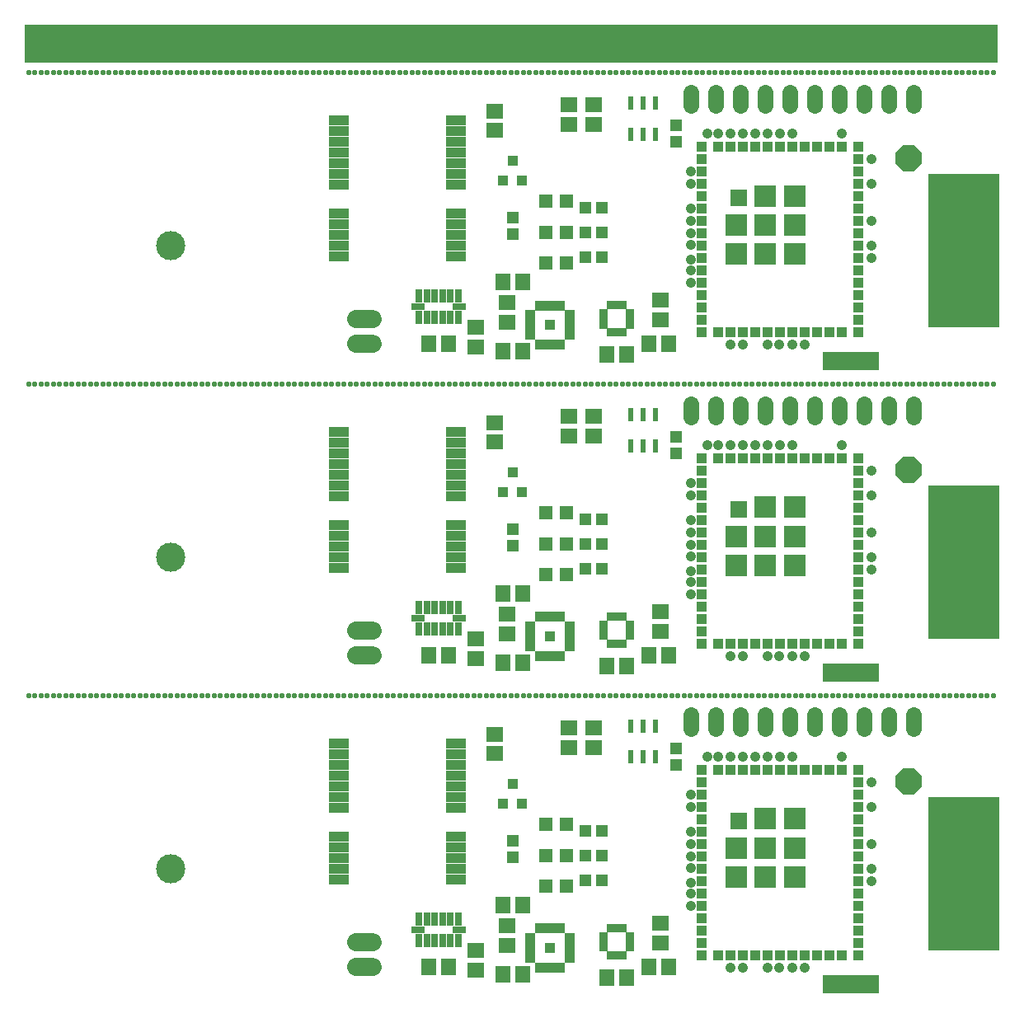
<source format=gts>
G75*
%MOIN*%
%OFA0B0*%
%FSLAX24Y24*%
%IPPOS*%
%LPD*%
%AMOC8*
5,1,8,0,0,1.08239X$1,22.5*
%
%ADD10R,0.2250X0.0750*%
%ADD11C,0.1181*%
%ADD12C,0.0454*%
%ADD13R,0.2900X0.6190*%
%ADD14R,3.9370X0.1575*%
%ADD15C,0.0230*%
%ADD16R,0.0395X0.0395*%
%ADD17R,0.0867X0.0867*%
%ADD18R,0.0671X0.0671*%
%ADD19R,0.0789X0.0395*%
%ADD20R,0.0277X0.0552*%
%ADD21R,0.0552X0.0277*%
%ADD22R,0.0190X0.0336*%
%ADD23R,0.0336X0.0190*%
%ADD24R,0.0395X0.0198*%
%ADD25R,0.0198X0.0395*%
%ADD26R,0.0394X0.0394*%
%ADD27R,0.0592X0.0710*%
%ADD28R,0.0710X0.0592*%
%ADD29C,0.0640*%
%ADD30R,0.0552X0.0552*%
%ADD31R,0.0474X0.0513*%
%ADD32R,0.0240X0.0560*%
%ADD33R,0.0513X0.0474*%
%ADD34OC8,0.1080*%
%ADD35C,0.0720*%
%ADD36R,0.0390X0.0430*%
%ADD37C,0.0410*%
D10*
X040185Y002698D03*
X040185Y015296D03*
X040185Y027895D03*
D11*
X012670Y032570D03*
X012670Y019971D03*
X012670Y007373D03*
D12*
X012665Y007370D03*
X012665Y019968D03*
X012665Y032567D03*
D13*
X044730Y032385D03*
X044730Y019786D03*
X044730Y007188D03*
D14*
X026445Y040756D03*
D15*
X026430Y039576D03*
X026680Y039576D03*
X026930Y039576D03*
X027180Y039576D03*
X027430Y039576D03*
X027680Y039576D03*
X027930Y039576D03*
X028180Y039576D03*
X028430Y039576D03*
X028680Y039576D03*
X028930Y039576D03*
X029180Y039576D03*
X029430Y039576D03*
X029680Y039576D03*
X029930Y039576D03*
X030180Y039576D03*
X030430Y039576D03*
X030680Y039576D03*
X030930Y039576D03*
X031180Y039576D03*
X031430Y039576D03*
X031680Y039576D03*
X031930Y039576D03*
X032180Y039576D03*
X032430Y039576D03*
X032680Y039576D03*
X032930Y039576D03*
X033180Y039576D03*
X033430Y039576D03*
X033680Y039576D03*
X033930Y039576D03*
X034180Y039576D03*
X034430Y039576D03*
X034680Y039576D03*
X034930Y039576D03*
X035180Y039576D03*
X035430Y039576D03*
X035680Y039576D03*
X035930Y039576D03*
X036180Y039576D03*
X036430Y039576D03*
X036680Y039576D03*
X036930Y039576D03*
X037180Y039576D03*
X037430Y039576D03*
X037680Y039576D03*
X037930Y039576D03*
X038180Y039576D03*
X038430Y039576D03*
X038680Y039576D03*
X038930Y039576D03*
X039180Y039576D03*
X039430Y039576D03*
X039680Y039576D03*
X039930Y039576D03*
X040180Y039576D03*
X040430Y039576D03*
X040680Y039576D03*
X040930Y039576D03*
X041180Y039576D03*
X041430Y039576D03*
X041680Y039576D03*
X041930Y039576D03*
X042180Y039576D03*
X042430Y039576D03*
X042680Y039576D03*
X042930Y039576D03*
X043180Y039576D03*
X043430Y039576D03*
X043680Y039576D03*
X043930Y039576D03*
X044180Y039576D03*
X044430Y039576D03*
X044680Y039576D03*
X044930Y039576D03*
X045180Y039576D03*
X045430Y039576D03*
X045680Y039576D03*
X045930Y039576D03*
X045930Y026978D03*
X045680Y026978D03*
X045430Y026978D03*
X045180Y026978D03*
X044930Y026978D03*
X044680Y026978D03*
X044430Y026978D03*
X044180Y026978D03*
X043930Y026978D03*
X043680Y026978D03*
X043430Y026978D03*
X043180Y026978D03*
X042930Y026978D03*
X042680Y026978D03*
X042430Y026978D03*
X042180Y026978D03*
X041930Y026978D03*
X041680Y026978D03*
X041430Y026978D03*
X041180Y026978D03*
X040930Y026978D03*
X040680Y026978D03*
X040430Y026978D03*
X040180Y026978D03*
X039930Y026978D03*
X039680Y026978D03*
X039430Y026978D03*
X039180Y026978D03*
X038930Y026978D03*
X038680Y026978D03*
X038430Y026978D03*
X038180Y026978D03*
X037930Y026978D03*
X037680Y026978D03*
X037430Y026978D03*
X037180Y026978D03*
X036930Y026978D03*
X036680Y026978D03*
X036430Y026978D03*
X036180Y026978D03*
X035930Y026978D03*
X035680Y026978D03*
X035430Y026978D03*
X035180Y026978D03*
X034930Y026978D03*
X034680Y026978D03*
X034430Y026978D03*
X034180Y026978D03*
X033930Y026978D03*
X033680Y026978D03*
X033430Y026978D03*
X033180Y026978D03*
X032930Y026978D03*
X032680Y026978D03*
X032430Y026978D03*
X032180Y026978D03*
X031930Y026978D03*
X031680Y026978D03*
X031430Y026978D03*
X031180Y026978D03*
X030930Y026978D03*
X030680Y026978D03*
X030430Y026978D03*
X030180Y026978D03*
X029930Y026978D03*
X029680Y026978D03*
X029430Y026978D03*
X029180Y026978D03*
X028930Y026978D03*
X028680Y026978D03*
X028430Y026978D03*
X028180Y026978D03*
X027930Y026978D03*
X027680Y026978D03*
X027430Y026978D03*
X027180Y026978D03*
X026930Y026978D03*
X026680Y026978D03*
X026430Y026978D03*
X026180Y026978D03*
X025930Y026978D03*
X025680Y026978D03*
X025430Y026978D03*
X025180Y026978D03*
X024930Y026978D03*
X024680Y026978D03*
X024430Y026978D03*
X024180Y026978D03*
X023930Y026978D03*
X023680Y026978D03*
X023430Y026978D03*
X023180Y026978D03*
X022930Y026978D03*
X022680Y026978D03*
X022430Y026978D03*
X022180Y026978D03*
X021930Y026978D03*
X021680Y026978D03*
X021430Y026978D03*
X021180Y026978D03*
X020930Y026978D03*
X020680Y026978D03*
X020430Y026978D03*
X020180Y026978D03*
X019930Y026978D03*
X019680Y026978D03*
X019430Y026978D03*
X019180Y026978D03*
X018930Y026978D03*
X018680Y026978D03*
X018430Y026978D03*
X018180Y026978D03*
X017930Y026978D03*
X017680Y026978D03*
X017430Y026978D03*
X017180Y026978D03*
X016930Y026978D03*
X016680Y026978D03*
X016430Y026978D03*
X016180Y026978D03*
X015930Y026978D03*
X015680Y026978D03*
X015430Y026978D03*
X015180Y026978D03*
X014930Y026978D03*
X014680Y026978D03*
X014430Y026978D03*
X014180Y026978D03*
X013930Y026978D03*
X013680Y026978D03*
X013430Y026978D03*
X013180Y026978D03*
X012930Y026978D03*
X012680Y026978D03*
X012430Y026978D03*
X012180Y026978D03*
X011930Y026978D03*
X011680Y026978D03*
X011430Y026978D03*
X011180Y026978D03*
X010930Y026978D03*
X010680Y026978D03*
X010430Y026978D03*
X010180Y026978D03*
X009930Y026978D03*
X009680Y026978D03*
X009430Y026978D03*
X009180Y026978D03*
X008930Y026978D03*
X008680Y026978D03*
X008430Y026978D03*
X008180Y026978D03*
X007930Y026978D03*
X007680Y026978D03*
X007430Y026978D03*
X007180Y026978D03*
X006930Y026978D03*
X006930Y039576D03*
X007180Y039576D03*
X007430Y039576D03*
X007680Y039576D03*
X007930Y039576D03*
X008180Y039576D03*
X008430Y039576D03*
X008680Y039576D03*
X008930Y039576D03*
X009180Y039576D03*
X009430Y039576D03*
X009680Y039576D03*
X009930Y039576D03*
X010180Y039576D03*
X010430Y039576D03*
X010680Y039576D03*
X010930Y039576D03*
X011180Y039576D03*
X011430Y039576D03*
X011680Y039576D03*
X011930Y039576D03*
X012180Y039576D03*
X012430Y039576D03*
X012680Y039576D03*
X012930Y039576D03*
X013180Y039576D03*
X013430Y039576D03*
X013680Y039576D03*
X013930Y039576D03*
X014180Y039576D03*
X014430Y039576D03*
X014680Y039576D03*
X014930Y039576D03*
X015180Y039576D03*
X015430Y039576D03*
X015680Y039576D03*
X015930Y039576D03*
X016180Y039576D03*
X016430Y039576D03*
X016680Y039576D03*
X016930Y039576D03*
X017180Y039576D03*
X017430Y039576D03*
X017680Y039576D03*
X017930Y039576D03*
X018180Y039576D03*
X018430Y039576D03*
X018680Y039576D03*
X018930Y039576D03*
X019180Y039576D03*
X019430Y039576D03*
X019680Y039576D03*
X019930Y039576D03*
X020180Y039576D03*
X020430Y039576D03*
X020680Y039576D03*
X020930Y039576D03*
X021180Y039576D03*
X021430Y039576D03*
X021680Y039576D03*
X021930Y039576D03*
X022180Y039576D03*
X022430Y039576D03*
X022680Y039576D03*
X022930Y039576D03*
X023180Y039576D03*
X023430Y039576D03*
X023680Y039576D03*
X023930Y039576D03*
X024180Y039576D03*
X024430Y039576D03*
X024680Y039576D03*
X024930Y039576D03*
X025180Y039576D03*
X025430Y039576D03*
X025680Y039576D03*
X025930Y039576D03*
X026180Y039576D03*
X026180Y014379D03*
X026430Y014379D03*
X026680Y014379D03*
X026930Y014379D03*
X027180Y014379D03*
X027430Y014379D03*
X027680Y014379D03*
X027930Y014379D03*
X028180Y014379D03*
X028430Y014379D03*
X028680Y014379D03*
X028930Y014379D03*
X029180Y014379D03*
X029430Y014379D03*
X029680Y014379D03*
X029930Y014379D03*
X030180Y014379D03*
X030430Y014379D03*
X030680Y014379D03*
X030930Y014379D03*
X031180Y014379D03*
X031430Y014379D03*
X031680Y014379D03*
X031930Y014379D03*
X032180Y014379D03*
X032430Y014379D03*
X032680Y014379D03*
X032930Y014379D03*
X033180Y014379D03*
X033430Y014379D03*
X033680Y014379D03*
X033930Y014379D03*
X034180Y014379D03*
X034430Y014379D03*
X034680Y014379D03*
X034930Y014379D03*
X035180Y014379D03*
X035430Y014379D03*
X035680Y014379D03*
X035930Y014379D03*
X036180Y014379D03*
X036430Y014379D03*
X036680Y014379D03*
X036930Y014379D03*
X037180Y014379D03*
X037430Y014379D03*
X037680Y014379D03*
X037930Y014379D03*
X038180Y014379D03*
X038430Y014379D03*
X038680Y014379D03*
X038930Y014379D03*
X039180Y014379D03*
X039430Y014379D03*
X039680Y014379D03*
X039930Y014379D03*
X040180Y014379D03*
X040430Y014379D03*
X040680Y014379D03*
X040930Y014379D03*
X041180Y014379D03*
X041430Y014379D03*
X041680Y014379D03*
X041930Y014379D03*
X042180Y014379D03*
X042430Y014379D03*
X042680Y014379D03*
X042930Y014379D03*
X043180Y014379D03*
X043430Y014379D03*
X043680Y014379D03*
X043930Y014379D03*
X044180Y014379D03*
X044430Y014379D03*
X044680Y014379D03*
X044930Y014379D03*
X045180Y014379D03*
X045430Y014379D03*
X045680Y014379D03*
X045930Y014379D03*
X025930Y014379D03*
X025680Y014379D03*
X025430Y014379D03*
X025180Y014379D03*
X024930Y014379D03*
X024680Y014379D03*
X024430Y014379D03*
X024180Y014379D03*
X023930Y014379D03*
X023680Y014379D03*
X023430Y014379D03*
X023180Y014379D03*
X022930Y014379D03*
X022680Y014379D03*
X022430Y014379D03*
X022180Y014379D03*
X021930Y014379D03*
X021680Y014379D03*
X021430Y014379D03*
X021180Y014379D03*
X020930Y014379D03*
X020680Y014379D03*
X020430Y014379D03*
X020180Y014379D03*
X019930Y014379D03*
X019680Y014379D03*
X019430Y014379D03*
X019180Y014379D03*
X018930Y014379D03*
X018680Y014379D03*
X018430Y014379D03*
X018180Y014379D03*
X017930Y014379D03*
X017680Y014379D03*
X017430Y014379D03*
X017180Y014379D03*
X016930Y014379D03*
X016680Y014379D03*
X016430Y014379D03*
X016180Y014379D03*
X015930Y014379D03*
X015680Y014379D03*
X015430Y014379D03*
X015180Y014379D03*
X014930Y014379D03*
X014680Y014379D03*
X014430Y014379D03*
X014180Y014379D03*
X013930Y014379D03*
X013680Y014379D03*
X013430Y014379D03*
X013180Y014379D03*
X012930Y014379D03*
X012680Y014379D03*
X012430Y014379D03*
X012180Y014379D03*
X011930Y014379D03*
X011680Y014379D03*
X011430Y014379D03*
X011180Y014379D03*
X010930Y014379D03*
X010680Y014379D03*
X010430Y014379D03*
X010180Y014379D03*
X009930Y014379D03*
X009680Y014379D03*
X009430Y014379D03*
X009180Y014379D03*
X008930Y014379D03*
X008680Y014379D03*
X008430Y014379D03*
X008180Y014379D03*
X007930Y014379D03*
X007680Y014379D03*
X007430Y014379D03*
X007180Y014379D03*
X006930Y014379D03*
D16*
X034150Y016469D03*
X034150Y016969D03*
X034150Y017469D03*
X034150Y017969D03*
X034150Y018469D03*
X034150Y018969D03*
X034150Y019469D03*
X034150Y019969D03*
X034150Y020469D03*
X034150Y020969D03*
X034150Y021469D03*
X034150Y021969D03*
X034150Y022469D03*
X034150Y022969D03*
X034150Y023469D03*
X034150Y023969D03*
X034810Y023971D03*
X035310Y023971D03*
X035810Y023971D03*
X036310Y023971D03*
X036810Y023971D03*
X037310Y023971D03*
X037810Y023971D03*
X038310Y023971D03*
X038810Y023971D03*
X039310Y023971D03*
X039810Y023971D03*
X040467Y023971D03*
X040467Y023471D03*
X040467Y022971D03*
X040467Y022471D03*
X040467Y021971D03*
X040467Y021471D03*
X040467Y020971D03*
X040467Y020471D03*
X040467Y019971D03*
X040467Y019471D03*
X040467Y018971D03*
X040467Y018471D03*
X040467Y017971D03*
X040467Y017471D03*
X040467Y016971D03*
X040467Y016471D03*
X039810Y016471D03*
X039310Y016471D03*
X038810Y016471D03*
X038310Y016471D03*
X037810Y016471D03*
X037310Y016471D03*
X036810Y016471D03*
X036310Y016471D03*
X035810Y016471D03*
X035310Y016471D03*
X034810Y016471D03*
X034810Y011373D03*
X035310Y011373D03*
X035810Y011373D03*
X036310Y011373D03*
X036810Y011373D03*
X037310Y011373D03*
X037810Y011373D03*
X038310Y011373D03*
X038810Y011373D03*
X039310Y011373D03*
X039810Y011373D03*
X040467Y011373D03*
X040467Y010873D03*
X040467Y010373D03*
X040467Y009873D03*
X040467Y009373D03*
X040467Y008873D03*
X040467Y008373D03*
X040467Y007873D03*
X040467Y007373D03*
X040467Y006873D03*
X040467Y006373D03*
X040467Y005873D03*
X040467Y005373D03*
X040467Y004873D03*
X040467Y004373D03*
X040467Y003873D03*
X039810Y003873D03*
X039310Y003873D03*
X038810Y003873D03*
X038310Y003873D03*
X037810Y003873D03*
X037310Y003873D03*
X036810Y003873D03*
X036310Y003873D03*
X035810Y003873D03*
X035310Y003873D03*
X034810Y003873D03*
X034150Y003871D03*
X034150Y004371D03*
X034150Y004871D03*
X034150Y005371D03*
X034150Y005871D03*
X034150Y006371D03*
X034150Y006871D03*
X034150Y007371D03*
X034150Y007871D03*
X034150Y008371D03*
X034150Y008871D03*
X034150Y009371D03*
X034150Y009871D03*
X034150Y010371D03*
X034150Y010871D03*
X034150Y011371D03*
X034150Y029068D03*
X034150Y029568D03*
X034150Y030068D03*
X034150Y030568D03*
X034150Y031068D03*
X034150Y031568D03*
X034150Y032068D03*
X034150Y032568D03*
X034150Y033068D03*
X034150Y033568D03*
X034150Y034068D03*
X034150Y034568D03*
X034150Y035068D03*
X034150Y035568D03*
X034150Y036068D03*
X034150Y036568D03*
X034810Y036570D03*
X035310Y036570D03*
X035810Y036570D03*
X036310Y036570D03*
X036810Y036570D03*
X037310Y036570D03*
X037810Y036570D03*
X038310Y036570D03*
X038810Y036570D03*
X039310Y036570D03*
X039810Y036570D03*
X040467Y036570D03*
X040467Y036070D03*
X040467Y035570D03*
X040467Y035070D03*
X040467Y034570D03*
X040467Y034070D03*
X040467Y033570D03*
X040467Y033070D03*
X040467Y032570D03*
X040467Y032070D03*
X040467Y031570D03*
X040467Y031070D03*
X040467Y030570D03*
X040467Y030070D03*
X040467Y029570D03*
X040467Y029070D03*
X039810Y029070D03*
X039310Y029070D03*
X038810Y029070D03*
X038310Y029070D03*
X037810Y029070D03*
X037310Y029070D03*
X036810Y029070D03*
X036310Y029070D03*
X035810Y029070D03*
X035310Y029070D03*
X034810Y029070D03*
D17*
X035538Y032229D03*
X036719Y032229D03*
X037900Y032229D03*
X037900Y033410D03*
X036719Y033410D03*
X035538Y033410D03*
X036719Y034591D03*
X037900Y034591D03*
X037900Y021993D03*
X036719Y021993D03*
X036719Y020812D03*
X037900Y020812D03*
X037900Y019631D03*
X036719Y019631D03*
X035538Y019631D03*
X035538Y020812D03*
X036719Y009394D03*
X036719Y008213D03*
X037900Y008213D03*
X037900Y009394D03*
X035538Y008213D03*
X035538Y007032D03*
X036719Y007032D03*
X037900Y007032D03*
D18*
X035636Y009296D03*
X035636Y021894D03*
X035636Y034493D03*
D19*
X024204Y035045D03*
X024204Y035478D03*
X024204Y035911D03*
X024204Y036344D03*
X024204Y036778D03*
X024204Y037211D03*
X024204Y037644D03*
X024204Y033864D03*
X024204Y033431D03*
X024204Y032998D03*
X024204Y032565D03*
X024204Y032132D03*
X019479Y032132D03*
X019479Y032565D03*
X019479Y032998D03*
X019479Y033431D03*
X019479Y033864D03*
X019479Y035045D03*
X019479Y035478D03*
X019479Y035911D03*
X019479Y036344D03*
X019479Y036778D03*
X019479Y037211D03*
X019479Y037644D03*
X019479Y025045D03*
X019479Y024612D03*
X019479Y024179D03*
X019479Y023746D03*
X019479Y023313D03*
X019479Y022880D03*
X019479Y022447D03*
X019479Y021266D03*
X019479Y020833D03*
X019479Y020400D03*
X019479Y019967D03*
X019479Y019533D03*
X024204Y019533D03*
X024204Y019967D03*
X024204Y020400D03*
X024204Y020833D03*
X024204Y021266D03*
X024204Y022447D03*
X024204Y022880D03*
X024204Y023313D03*
X024204Y023746D03*
X024204Y024179D03*
X024204Y024612D03*
X024204Y025045D03*
X024204Y012447D03*
X024204Y012014D03*
X024204Y011581D03*
X024204Y011148D03*
X024204Y010715D03*
X024204Y010281D03*
X024204Y009848D03*
X024204Y008667D03*
X024204Y008234D03*
X024204Y007801D03*
X024204Y007368D03*
X024204Y006935D03*
X019479Y006935D03*
X019479Y007368D03*
X019479Y007801D03*
X019479Y008234D03*
X019479Y008667D03*
X019479Y009848D03*
X019479Y010281D03*
X019479Y010715D03*
X019479Y011148D03*
X019479Y011581D03*
X019479Y012014D03*
X019479Y012447D03*
D20*
X022722Y017088D03*
X023037Y017088D03*
X023352Y017088D03*
X023667Y017088D03*
X023982Y017088D03*
X024297Y017088D03*
X024297Y017954D03*
X023982Y017954D03*
X023667Y017954D03*
X023352Y017954D03*
X023037Y017954D03*
X022722Y017954D03*
X022722Y029687D03*
X023037Y029687D03*
X023352Y029687D03*
X023667Y029687D03*
X023982Y029687D03*
X024297Y029687D03*
X024297Y030553D03*
X023982Y030553D03*
X023667Y030553D03*
X023352Y030553D03*
X023037Y030553D03*
X022722Y030553D03*
X022722Y005356D03*
X023037Y005356D03*
X023352Y005356D03*
X023667Y005356D03*
X023982Y005356D03*
X024297Y005356D03*
X024297Y004490D03*
X023982Y004490D03*
X023667Y004490D03*
X023352Y004490D03*
X023037Y004490D03*
X022722Y004490D03*
D21*
X022683Y004923D03*
X024336Y004923D03*
X024336Y017521D03*
X022683Y017521D03*
X022683Y030120D03*
X024336Y030120D03*
D22*
X030414Y030159D03*
X030611Y030159D03*
X030808Y030159D03*
X031005Y030159D03*
X031005Y029080D03*
X030808Y029080D03*
X030611Y029080D03*
X030414Y029080D03*
X030414Y017561D03*
X030611Y017561D03*
X030808Y017561D03*
X031005Y017561D03*
X031005Y016482D03*
X030808Y016482D03*
X030611Y016482D03*
X030414Y016482D03*
X030414Y004962D03*
X030611Y004962D03*
X030808Y004962D03*
X031005Y004962D03*
X031005Y003883D03*
X030808Y003883D03*
X030611Y003883D03*
X030414Y003883D03*
D23*
X030170Y004128D03*
X030170Y004324D03*
X030170Y004521D03*
X030170Y004718D03*
X031249Y004718D03*
X031249Y004521D03*
X031249Y004324D03*
X031249Y004128D03*
X031249Y016726D03*
X031249Y016923D03*
X031249Y017120D03*
X031249Y017317D03*
X030170Y017317D03*
X030170Y017120D03*
X030170Y016923D03*
X030170Y016726D03*
X030170Y029324D03*
X030170Y029521D03*
X030170Y029718D03*
X030170Y029915D03*
X031249Y029915D03*
X031249Y029718D03*
X031249Y029521D03*
X031249Y029324D03*
D24*
X028797Y029271D03*
X028797Y029074D03*
X028797Y028878D03*
X028797Y029468D03*
X028797Y029665D03*
X028797Y029862D03*
X027222Y029862D03*
X027222Y029665D03*
X027222Y029468D03*
X027222Y029271D03*
X027222Y029074D03*
X027222Y028878D03*
X027222Y017263D03*
X027222Y017067D03*
X027222Y016870D03*
X027222Y016673D03*
X027222Y016476D03*
X027222Y016279D03*
X028797Y016279D03*
X028797Y016476D03*
X028797Y016673D03*
X028797Y016870D03*
X028797Y017067D03*
X028797Y017263D03*
X028797Y004665D03*
X028797Y004468D03*
X028797Y004271D03*
X028797Y004074D03*
X028797Y003878D03*
X028797Y003681D03*
X027222Y003681D03*
X027222Y003878D03*
X027222Y004074D03*
X027222Y004271D03*
X027222Y004468D03*
X027222Y004665D03*
D25*
X027517Y004960D03*
X027714Y004960D03*
X027911Y004960D03*
X028108Y004960D03*
X028305Y004960D03*
X028502Y004960D03*
X028502Y003385D03*
X028305Y003385D03*
X028108Y003385D03*
X027911Y003385D03*
X027714Y003385D03*
X027517Y003385D03*
X027517Y015984D03*
X027714Y015984D03*
X027911Y015984D03*
X028108Y015984D03*
X028305Y015984D03*
X028502Y015984D03*
X028502Y017559D03*
X028305Y017559D03*
X028108Y017559D03*
X027911Y017559D03*
X027714Y017559D03*
X027517Y017559D03*
X027517Y028582D03*
X027714Y028582D03*
X027911Y028582D03*
X028108Y028582D03*
X028305Y028582D03*
X028502Y028582D03*
X028502Y030157D03*
X028305Y030157D03*
X028108Y030157D03*
X027911Y030157D03*
X027714Y030157D03*
X027517Y030157D03*
D26*
X028010Y029370D03*
X028010Y016771D03*
X028010Y004173D03*
D27*
X026903Y003123D03*
X026116Y003123D03*
X023903Y003423D03*
X023116Y003423D03*
X026116Y005923D03*
X026903Y005923D03*
X030316Y002973D03*
X031103Y002973D03*
X032016Y003423D03*
X032803Y003423D03*
X031103Y015571D03*
X032016Y016021D03*
X032803Y016021D03*
X030316Y015571D03*
X026903Y015721D03*
X026116Y015721D03*
X023903Y016021D03*
X023116Y016021D03*
X026116Y018521D03*
X026903Y018521D03*
X030316Y028170D03*
X031103Y028170D03*
X032016Y028620D03*
X032803Y028620D03*
X026903Y028320D03*
X026116Y028320D03*
X023903Y028620D03*
X023116Y028620D03*
X026116Y031120D03*
X026903Y031120D03*
D28*
X026260Y030263D03*
X026260Y029476D03*
X025010Y029263D03*
X025010Y028476D03*
X025760Y025415D03*
X025760Y024628D03*
X028760Y024878D03*
X029760Y024878D03*
X029760Y025665D03*
X028760Y025665D03*
X032460Y029576D03*
X032460Y030363D03*
X025760Y037226D03*
X025760Y038013D03*
X028760Y038263D03*
X028760Y037476D03*
X029760Y037476D03*
X029760Y038263D03*
X032460Y017765D03*
X032460Y016978D03*
X029760Y013067D03*
X028760Y013067D03*
X028760Y012279D03*
X029760Y012279D03*
X025760Y012029D03*
X025760Y012817D03*
X025010Y015878D03*
X025010Y016665D03*
X026260Y016878D03*
X026260Y017665D03*
X026260Y005067D03*
X026260Y004279D03*
X025010Y004067D03*
X025010Y003279D03*
X032460Y004379D03*
X032460Y005167D03*
D29*
X033710Y013033D02*
X033710Y013593D01*
X034710Y013593D02*
X034710Y013033D01*
X035710Y013033D02*
X035710Y013593D01*
X036710Y013593D02*
X036710Y013033D01*
X037710Y013033D02*
X037710Y013593D01*
X038710Y013593D02*
X038710Y013033D01*
X039710Y013033D02*
X039710Y013593D01*
X040710Y013593D02*
X040710Y013033D01*
X041710Y013033D02*
X041710Y013593D01*
X042710Y013593D02*
X042710Y013033D01*
X042710Y025631D02*
X042710Y026191D01*
X041710Y026191D02*
X041710Y025631D01*
X040710Y025631D02*
X040710Y026191D01*
X039710Y026191D02*
X039710Y025631D01*
X038710Y025631D02*
X038710Y026191D01*
X037710Y026191D02*
X037710Y025631D01*
X036710Y025631D02*
X036710Y026191D01*
X035710Y026191D02*
X035710Y025631D01*
X034710Y025631D02*
X034710Y026191D01*
X033710Y026191D02*
X033710Y025631D01*
X033710Y038230D02*
X033710Y038790D01*
X034710Y038790D02*
X034710Y038230D01*
X035710Y038230D02*
X035710Y038790D01*
X036710Y038790D02*
X036710Y038230D01*
X037710Y038230D02*
X037710Y038790D01*
X038710Y038790D02*
X038710Y038230D01*
X039710Y038230D02*
X039710Y038790D01*
X040710Y038790D02*
X040710Y038230D01*
X041710Y038230D02*
X041710Y038790D01*
X042710Y038790D02*
X042710Y038230D01*
D30*
X028673Y034370D03*
X027846Y034370D03*
X027846Y033120D03*
X028673Y033120D03*
X028673Y031870D03*
X027846Y031870D03*
X027846Y021771D03*
X028673Y021771D03*
X028673Y020521D03*
X027846Y020521D03*
X027846Y019271D03*
X028673Y019271D03*
X028673Y009173D03*
X027846Y009173D03*
X027846Y007923D03*
X028673Y007923D03*
X028673Y006673D03*
X027846Y006673D03*
D31*
X029425Y006923D03*
X030094Y006923D03*
X030094Y007923D03*
X029425Y007923D03*
X029425Y008923D03*
X030094Y008923D03*
X030094Y019521D03*
X029425Y019521D03*
X029425Y020521D03*
X030094Y020521D03*
X030094Y021521D03*
X029425Y021521D03*
X029425Y032120D03*
X030094Y032120D03*
X030094Y033120D03*
X029425Y033120D03*
X029425Y034120D03*
X030094Y034120D03*
D32*
X031260Y037090D03*
X031760Y037090D03*
X032260Y037090D03*
X032260Y038350D03*
X031760Y038350D03*
X031260Y038350D03*
X031260Y025751D03*
X031760Y025751D03*
X032260Y025751D03*
X032260Y024491D03*
X031760Y024491D03*
X031260Y024491D03*
X031260Y013153D03*
X031760Y013153D03*
X032260Y013153D03*
X032260Y011893D03*
X031760Y011893D03*
X031260Y011893D03*
D33*
X033110Y011588D03*
X033110Y012257D03*
X026510Y008507D03*
X026510Y007838D03*
X026510Y020437D03*
X026510Y021106D03*
X033110Y024187D03*
X033110Y024856D03*
X026510Y033035D03*
X026510Y033704D03*
X033110Y036785D03*
X033110Y037454D03*
D34*
X042510Y036120D03*
X042510Y023521D03*
X042510Y010923D03*
D35*
X020830Y016021D02*
X020190Y016021D01*
X020190Y017021D02*
X020830Y017021D01*
X020830Y028620D02*
X020190Y028620D01*
X020190Y029620D02*
X020830Y029620D01*
X020830Y004423D02*
X020190Y004423D01*
X020190Y003423D02*
X020830Y003423D01*
D36*
X026120Y010023D03*
X026880Y010023D03*
X026500Y010823D03*
X026880Y022621D03*
X026500Y023421D03*
X026120Y022621D03*
X026120Y035220D03*
X026880Y035220D03*
X026500Y036020D03*
D37*
X033710Y035570D03*
X033710Y035070D03*
X033710Y034070D03*
X033710Y033570D03*
X033710Y033070D03*
X033710Y032620D03*
X033710Y032020D03*
X033710Y031570D03*
X033710Y031070D03*
X035310Y028570D03*
X035810Y028570D03*
X036799Y028570D03*
X037271Y028570D03*
X037810Y028570D03*
X038310Y028570D03*
X041000Y032070D03*
X041010Y032570D03*
X041010Y033570D03*
X041010Y035070D03*
X041010Y036070D03*
X039810Y037120D03*
X037810Y037120D03*
X037310Y037120D03*
X036810Y037120D03*
X036310Y037120D03*
X035810Y037120D03*
X035310Y037120D03*
X034810Y037120D03*
X034360Y037120D03*
X034360Y024521D03*
X034810Y024521D03*
X035310Y024521D03*
X035810Y024521D03*
X036310Y024521D03*
X036810Y024521D03*
X037310Y024521D03*
X037810Y024521D03*
X039810Y024521D03*
X041010Y023471D03*
X041010Y022471D03*
X041010Y020971D03*
X041010Y019971D03*
X041000Y019471D03*
X038310Y015971D03*
X037810Y015971D03*
X037271Y015971D03*
X036799Y015971D03*
X035810Y015971D03*
X035310Y015971D03*
X033710Y018471D03*
X033710Y018971D03*
X033710Y019421D03*
X033710Y020021D03*
X033710Y020471D03*
X033710Y020971D03*
X033710Y021471D03*
X033710Y022471D03*
X033710Y022971D03*
X034360Y011923D03*
X034810Y011923D03*
X035310Y011923D03*
X035810Y011923D03*
X036310Y011923D03*
X036810Y011923D03*
X037310Y011923D03*
X037810Y011923D03*
X039810Y011923D03*
X041010Y010873D03*
X041010Y009873D03*
X041010Y008373D03*
X041010Y007373D03*
X041000Y006873D03*
X038310Y003373D03*
X037810Y003373D03*
X037271Y003373D03*
X036799Y003373D03*
X035810Y003373D03*
X035310Y003373D03*
X033710Y005873D03*
X033710Y006373D03*
X033710Y006823D03*
X033710Y007423D03*
X033710Y007873D03*
X033710Y008373D03*
X033710Y008873D03*
X033710Y009873D03*
X033710Y010373D03*
M02*

</source>
